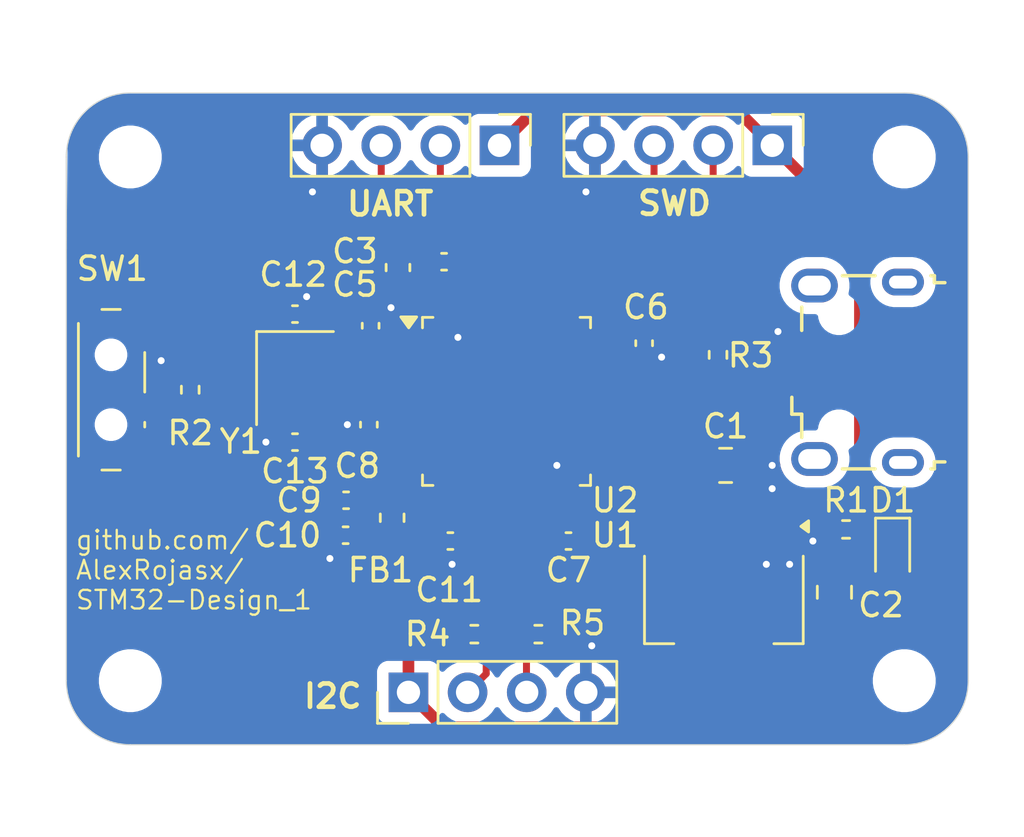
<source format=kicad_pcb>
(kicad_pcb (version 20240108) (generator "pcbnew") (generator_version "8.0")
  (layers (0 "F.Cu" signal) (31 "B.Cu" power) (34 "B.Paste" user) (35 "F.Paste" user) (36 "B.SilkS" user "B.Silkscreen") (37 "F.SilkS" user "F.Silkscreen") (38 "B.Mask" user) (39 "F.Mask" user) (44 "Edge.Cuts" user))
  (net 0 "")
  (net 1 "GND")
  (net 2 "VBUS")
  (net 3 "+3.3V")
  (net 4 "+3.3VA")
  (net 5 "/NRST")
  (net 6 "/HSE_IN")
  (net 7 "/HSE_OUT")
  (net 8 "/PWR_LED_K")
  (net 12 "/USB_D+")
  (net 15 "/USB_D-")
  (net 16 "/SWCLK")
  (net 17 "/SWDIO")
  (net 18 "/USART 1_TX")
  (net 19 "/USART 1_RX")
  (net 20 "/I2C2_SDA")
  (net 21 "/I2C2_SCL")
  (net 22 "/SW_BOOT0")
  (net 23 "/BOOT0")
  (footprint "Package_TO_SOT_SMD:SOT-223-3_TabPin2" (layer "F.Cu") (at 151.925 96.75 -90)
    (property "Reference" "U1" (at -2.75 4.675 180) (layer "F.SilkS"))
    (property "Value" "AMS1117-3.3")
    (fp_line (start -1.85 3.41) (end 1.91 3.41) (stroke (width 0.12)) (layer "F.SilkS"))
    (fp_line (start 1.91 3.41) (end 1.91 2.15) (stroke (width 0.12)) (layer "F.SilkS"))
    (fp_line (start -1.85 -3.41) (end 1.91 -3.41) (stroke (width 0.12)) (layer "F.SilkS"))
    (fp_line (start 1.91 -3.41) (end 1.91 -2.15) (stroke (width 0.12)) (layer "F.SilkS"))
    (fp_poly (pts (xy -3.13 -3.31) (xy -3.37 -3.64) (xy -2.89 -3.64) (xy -3.13 -3.31)) (stroke (width 0.12)) (fill solid) (layer "F.SilkS"))
    (pad "1" smd roundrect (at -3.15 -2.3 270) (size 2 1.5) (layers "F.Cu" "F.Paste" "F.Mask") (net 1 "GND"))
    (pad "2" smd roundrect (at -3.15 0 270) (size 2 1.5) (layers "F.Cu" "F.Paste" "F.Mask") (net 3 "+3.3V"))
    (pad "2" smd roundrect (at 3.15 0 270) (size 2 3.8) (layers "F.Cu" "F.Paste" "F.Mask") (net 3 "+3.3V"))
    (pad "3" smd roundrect (at -3.15 2.3 270) (size 2 1.5) (layers "F.Cu" "F.Paste" "F.Mask") (net 2 "VBUS"))
  )
  (footprint "Capacitor_SMD:C_0805_2012Metric" (layer "F.Cu") (at 156.675 96.45 90)
    (property "Reference" "C2" (at -0.55 2 0) (layer "F.SilkS"))
    (property "Value" "22u")
    (fp_line (start -0.261252 -0.735) (end 0.261252 -0.735) (stroke (width 0.12)) (layer "F.SilkS"))
    (fp_line (start -0.261252 0.735) (end 0.261252 0.735) (stroke (width 0.12)) (layer "F.SilkS"))
    (pad "1" smd roundrect (at -0.95 0 90) (size 1 1.45) (layers "F.Cu" "F.Paste" "F.Mask") (net 3 "+3.3V"))
    (pad "2" smd roundrect (at 0.95 0 90) (size 1 1.45) (layers "F.Cu" "F.Paste" "F.Mask") (net 1 "GND"))
  )
  (footprint "Resistor_SMD:R_0402_1005Metric" (layer "F.Cu") (at 157.175 93.75 180)
    (property "Reference" "R1" (at 0 1.25 0) (layer "F.SilkS"))
    (property "Value" "1k5")
    (fp_line (start -0.153641 0.38) (end 0.153641 0.38) (stroke (width 0.12)) (layer "F.SilkS"))
    (fp_line (start -0.153641 -0.38) (end 0.153641 -0.38) (stroke (width 0.12)) (layer "F.SilkS"))
    (pad "1" smd roundrect (at -0.51 0 180) (size 0.54 0.64) (layers "F.Cu" "F.Paste" "F.Mask") (net 8 "/PWR_LED_K"))
    (pad "2" smd roundrect (at 0.51 0 180) (size 0.54 0.64) (layers "F.Cu" "F.Paste" "F.Mask") (net 1 "GND"))
  )
  (footprint "Resistor_SMD:R_0402_1005Metric" (layer "F.Cu") (at 151.675 86.25 -90)
    (property "Reference" "R3" (at 0.025 -1.4 180) (layer "F.SilkS"))
    (property "Value" "1k5")
    (fp_line (start -0.153641 0.38) (end 0.153641 0.38) (stroke (width 0.12)) (layer "F.SilkS"))
    (fp_line (start -0.153641 -0.38) (end 0.153641 -0.38) (stroke (width 0.12)) (layer "F.SilkS"))
    (pad "1" smd roundrect (at -0.51 0 270) (size 0.54 0.64) (layers "F.Cu" "F.Paste" "F.Mask") (net 3 "+3.3V"))
    (pad "2" smd roundrect (at 0.51 0 270) (size 0.54 0.64) (layers "F.Cu" "F.Paste" "F.Mask") (net 12 "/USB_D+"))
  )
  (footprint "MountingHole:MountingHole_2.2mm_M2" (layer "F.Cu") (at 126.425 77.75)
    (property "Reference" "H2" (hide yes))
    (property "Value" "MountingHole")
    (pad "" np_thru_hole circle (at 0 0) (size 2.2 2.2) (drill 2.2) (layers "*.Cu" "*.Mask"))
  )
  (footprint "MountingHole:MountingHole_2.2mm_M2" (layer "F.Cu") (at 159.675 77.75)
    (property "Reference" "H1" (hide yes))
    (property "Value" "MountingHole")
    (pad "" np_thru_hole circle (at 0 0) (size 2.2 2.2) (drill 2.2) (layers "*.Cu" "*.Mask"))
  )
  (footprint "Button_Switch_SMD:SW_SPDT_PCM12" (layer "F.Cu") (at 125.925 87.75 -90)
    (property "Reference" "SW1" (at -5.2 0.275 180) (layer "F.SilkS"))
    (property "Value" "SW_SPDT")
    (fp_line (start -2.85 1.73) (end 2.85 1.73) (stroke (width 0.12)) (layer "F.SilkS"))
    (fp_line (start 3.45 0.72) (end 3.45 -0.07) (stroke (width 0.12)) (layer "F.SilkS"))
    (fp_line (start -3.45 -0.07) (end -3.45 0.72) (stroke (width 0.12)) (layer "F.SilkS"))
    (fp_line (start -1.6 -1.12) (end 0.1 -1.12) (stroke (width 0.12)) (layer "F.SilkS"))
    (fp_line (start 1.4 -1.12) (end 1.6 -1.12) (stroke (width 0.12)) (layer "F.SilkS"))
    (pad "" smd rect (at -3.65 -0.78 270) (size 1 0.8) (layers "F.Cu" "F.Paste" "F.Mask"))
    (pad "" smd rect (at -3.65 1.43 270) (size 1 0.8) (layers "F.Cu" "F.Paste" "F.Mask"))
    (pad "" np_thru_hole circle (at -1.5 0.33 270) (size 0.9 0.9) (drill 0.9) (layers "*.Cu" "*.Mask"))
    (pad "" np_thru_hole circle (at 1.5 0.33 270) (size 0.9 0.9) (drill 0.9) (layers "*.Cu" "*.Mask"))
    (pad "" smd rect (at 3.65 -0.78 270) (size 1 0.8) (layers "F.Cu" "F.Paste" "F.Mask"))
    (pad "" smd rect (at 3.65 1.43 270) (size 1 0.8) (layers "F.Cu" "F.Paste" "F.Mask"))
    (pad "1" smd rect (at -2.25 -1.43 270) (size 0.7 1.5) (layers "F.Cu" "F.Paste" "F.Mask") (net 1 "GND"))
    (pad "2" smd rect (at 0.75 -1.43 270) (size 0.7 1.5) (layers "F.Cu" "F.Paste" "F.Mask") (net 22 "/SW_BOOT0"))
    (pad "3" smd rect (at 2.25 -1.43 270) (size 0.7 1.5) (layers "F.Cu" "F.Paste" "F.Mask") (net 3 "+3.3V"))
  )
  (footprint "Capacitor_SMD:C_0402_1005Metric" (layer "F.Cu") (at 133.5 84.5)
    (property "Reference" "C12" (at -0.075 -1.7 0) (layer "F.SilkS"))
    (property "Value" "10p")
    (fp_line (start -0.107836 -0.36) (end 0.107836 -0.36) (stroke (width 0.12)) (layer "F.SilkS"))
    (fp_line (start -0.107836 0.36) (end 0.107836 0.36) (stroke (width 0.12)) (layer "F.SilkS"))
    (pad "1" smd roundrect (at -0.48 0) (size 0.56 0.62) (layers "F.Cu" "F.Paste" "F.Mask") (net 6 "/HSE_IN"))
    (pad "2" smd roundrect (at 0.48 0) (size 0.56 0.62) (layers "F.Cu" "F.Paste" "F.Mask") (net 1 "GND"))
  )
  (footprint "Inductor_SMD:L_0603_1608Metric" (layer "F.Cu") (at 137.675 93.25 -90)
    (property "Reference" "FB1" (at 2.25 0.5 180) (layer "F.SilkS"))
    (property "Value" "120R")
    (fp_line (start -0.162779 0.51) (end 0.162779 0.51) (stroke (width 0.12)) (layer "F.SilkS"))
    (fp_line (start -0.162779 -0.51) (end 0.162779 -0.51) (stroke (width 0.12)) (layer "F.SilkS"))
    (pad "1" smd roundrect (at -0.7875 0 270) (size 0.875 0.95) (layers "F.Cu" "F.Paste" "F.Mask") (net 4 "+3.3VA"))
    (pad "2" smd roundrect (at 0.7875 0 270) (size 0.875 0.95) (layers "F.Cu" "F.Paste" "F.Mask") (net 3 "+3.3V"))
  )
  (footprint "Capacitor_SMD:C_0402_1005Metric" (layer "F.Cu") (at 136.675 89.25 90)
    (property "Reference" "C8" (at -1.77 -0.5 0) (layer "F.SilkS"))
    (property "Value" "10n")
    (fp_line (start -0.107836 -0.36) (end 0.107836 -0.36) (stroke (width 0.12)) (layer "F.SilkS"))
    (fp_line (start -0.107836 0.36) (end 0.107836 0.36) (stroke (width 0.12)) (layer "F.SilkS"))
    (pad "1" smd roundrect (at -0.48 0 90) (size 0.56 0.62) (layers "F.Cu" "F.Paste" "F.Mask") (net 4 "+3.3VA"))
    (pad "2" smd roundrect (at 0.48 0 90) (size 0.56 0.62) (layers "F.Cu" "F.Paste" "F.Mask") (net 1 "GND"))
  )
  (footprint "LED_SMD:LED_0603_1608Metric" (layer "F.Cu") (at 159.175 94.75 -90)
    (property "Reference" "D1" (at -2.25 0 180) (layer "F.SilkS"))
    (property "Value" "RED")
    (fp_line (start -1.485 0.735) (end 0.8 0.735) (stroke (width 0.12)) (layer "F.SilkS"))
    (fp_line (start -1.485 -0.735) (end -1.485 0.735) (stroke (width 0.12)) (layer "F.SilkS"))
    (fp_line (start 0.8 -0.735) (end -1.485 -0.735) (stroke (width 0.12)) (layer "F.SilkS"))
    (pad "1" smd roundrect (at -0.7875 0 270) (size 0.875 0.95) (layers "F.Cu" "F.Paste" "F.Mask") (net 8 "/PWR_LED_K"))
    (pad "2" smd roundrect (at 0.7875 0 270) (size 0.875 0.95) (layers "F.Cu" "F.Paste" "F.Mask") (net 3 "+3.3V"))
  )
  (footprint "Capacitor_SMD:C_0402_1005Metric" (layer "F.Cu") (at 140.175 94.25)
    (property "Reference" "C11" (at -0.05 2.1 0) (layer "F.SilkS"))
    (property "Value" "100n")
    (fp_line (start -0.107836 -0.36) (end 0.107836 -0.36) (stroke (width 0.12)) (layer "F.SilkS"))
    (fp_line (start -0.107836 0.36) (end 0.107836 0.36) (stroke (width 0.12)) (layer "F.SilkS"))
    (pad "1" smd roundrect (at -0.48 0) (size 0.56 0.62) (layers "F.Cu" "F.Paste" "F.Mask") (net 5 "/NRST"))
    (pad "2" smd roundrect (at 0.48 0) (size 0.56 0.62) (layers "F.Cu" "F.Paste" "F.Mask") (net 1 "GND"))
  )
  (footprint "Connector_PinHeader_2.54mm:PinHeader_1x04_P2.54mm_Vertical" (layer "F.Cu") (at 142.285 77.25 -90)
    (property "Reference" "J3" (hide yes))
    (property "Value" "Conn_01x04_Pin")
    (fp_line (start -1.33 8.95) (end 1.33 8.95) (stroke (width 0.12)) (layer "F.SilkS"))
    (fp_line (start -1.33 1.27) (end -1.33 8.95) (stroke (width 0.12)) (layer "F.SilkS"))
    (fp_line (start -1.33 1.27) (end 1.33 1.27) (stroke (width 0.12)) (layer "F.SilkS"))
    (fp_line (start 1.33 1.27) (end 1.33 8.95) (stroke (width 0.12)) (layer "F.SilkS"))
    (fp_line (start -1.33 0) (end -1.33 -1.33) (stroke (width 0.12)) (layer "F.SilkS"))
    (fp_line (start -1.33 -1.33) (end 0 -1.33) (stroke (width 0.12)) (layer "F.SilkS"))
    (pad "1" thru_hole rect (at 0 0 270) (size 1.7 1.7) (drill 1) (layers "*.Cu" "*.Mask") (net 3 "+3.3V"))
    (pad "2" thru_hole oval (at 0 2.54 270) (size 1.7 1.7) (drill 1) (layers "*.Cu" "*.Mask") (net 18 "/USART 1_TX"))
    (pad "3" thru_hole oval (at 0 5.08 270) (size 1.7 1.7) (drill 1) (layers "*.Cu" "*.Mask") (net 19 "/USART 1_RX"))
    (pad "4" thru_hole oval (at 0 7.62 270) (size 1.7 1.7) (drill 1) (layers "*.Cu" "*.Mask") (net 1 "GND"))
  )
  (footprint "Resistor_SMD:R_0402_1005Metric" (layer "F.Cu") (at 143.955 98.25 180)
    (property "Reference" "R5" (at -1.895 0.475 180) (layer "F.SilkS"))
    (property "Value" "1k5")
    (fp_line (start -0.153641 0.38) (end 0.153641 0.38) (stroke (width 0.12)) (layer "F.SilkS"))
    (fp_line (start -0.153641 -0.38) (end 0.153641 -0.38) (stroke (width 0.12)) (layer "F.SilkS"))
    (pad "1" smd roundrect (at -0.51 0 180) (size 0.54 0.64) (layers "F.Cu" "F.Paste" "F.Mask") (net 3 "+3.3V"))
    (pad "2" smd roundrect (at 0.51 0 180) (size 0.54 0.64) (layers "F.Cu" "F.Paste" "F.Mask") (net 20 "/I2C2_SDA"))
  )
  (footprint "Capacitor_SMD:C_0805_2012Metric" (layer "F.Cu") (at 152 91)
    (property "Reference" "C1" (at 0 -1.68 0) (layer "F.SilkS"))
    (property "Value" "22u")
    (fp_line (start -0.261252 -0.735) (end 0.261252 -0.735) (stroke (width 0.12)) (layer "F.SilkS"))
    (fp_line (start -0.261252 0.735) (end 0.261252 0.735) (stroke (width 0.12)) (layer "F.SilkS"))
    (pad "1" smd roundrect (at -0.95 0) (size 1 1.45) (layers "F.Cu" "F.Paste" "F.Mask") (net 2 "VBUS"))
    (pad "2" smd roundrect (at 0.95 0) (size 1 1.45) (layers "F.Cu" "F.Paste" "F.Mask") (net 1 "GND"))
  )
  (footprint "Capacitor_SMD:C_0402_1005Metric" (layer "F.Cu") (at 139.905 82.25)
    (property "Reference" "C4" (hide yes))
    (property "Value" "100n")
    (fp_line (start -0.107836 -0.36) (end 0.107836 -0.36) (stroke (width 0.12)) (layer "F.SilkS"))
    (fp_line (start -0.107836 0.36) (end 0.107836 0.36) (stroke (width 0.12)) (layer "F.SilkS"))
    (pad "1" smd roundrect (at -0.48 0) (size 0.56 0.62) (layers "F.Cu" "F.Paste" "F.Mask") (net 3 "+3.3V"))
    (pad "2" smd roundrect (at 0.48 0) (size 0.56 0.62) (layers "F.Cu" "F.Paste" "F.Mask") (net 1 "GND"))
  )
  (footprint "MountingHole:MountingHole_2.2mm_M2" (layer "F.Cu") (at 159.675 100.25)
    (property "Reference" "H4" (hide yes))
    (property "Value" "MountingHole")
    (pad "" np_thru_hole circle (at 0 0) (size 2.2 2.2) (drill 2.2) (layers "*.Cu" "*.Mask"))
  )
  (footprint "Crystal:Crystal_SMD_3225-4Pin_3.2x2.5mm" (layer "F.Cu") (at 133.5 87.25 -90)
    (property "Reference" "Y1" (at 2.725 2.325 180) (layer "F.SilkS"))
    (property "Value" "16MHz")
    (fp_line (start -2 1.65) (end 2 1.65) (stroke (width 0.12)) (layer "F.SilkS"))
    (fp_line (start -2 -1.65) (end -2 1.65) (stroke (width 0.12)) (layer "F.SilkS"))
    (pad "1" smd rect (at -1.1 0.85 270) (size 1.4 1.2) (layers "F.Cu" "F.Paste" "F.Mask") (net 6 "/HSE_IN"))
    (pad "2" smd rect (at 1.1 0.85 270) (size 1.4 1.2) (layers "F.Cu" "F.Paste" "F.Mask") (net 1 "GND"))
    (pad "3" smd rect (at 1.1 -0.85 270) (size 1.4 1.2) (layers "F.Cu" "F.Paste" "F.Mask") (net 7 "/HSE_OUT"))
    (pad "4" smd rect (at -1.1 -0.85 270) (size 1.4 1.2) (layers "F.Cu" "F.Paste" "F.Mask") (net 1 "GND"))
  )
  (footprint "Capacitor_SMD:C_0603_1608Metric" (layer "F.Cu") (at 137.925 82.5 -90)
    (property "Reference" "C3" (at -0.7 1.85 180) (layer "F.SilkS"))
    (property "Value" "10u")
    (fp_line (start -0.14058 0.51) (end 0.14058 0.51) (stroke (width 0.12)) (layer "F.SilkS"))
    (fp_line (start -0.14058 -0.51) (end 0.14058 -0.51) (stroke (width 0.12)) (layer "F.SilkS"))
    (pad "1" smd roundrect (at -0.775 0 270) (size 0.9 0.95) (layers "F.Cu" "F.Paste" "F.Mask") (net 3 "+3.3V"))
    (pad "2" smd roundrect (at 0.775 0 270) (size 0.9 0.95) (layers "F.Cu" "F.Paste" "F.Mask") (net 1 "GND"))
  )
  (footprint "MountingHole:MountingHole_2.2mm_M2" (layer "F.Cu") (at 126.425 100.25)
    (property "Reference" "H3" (hide yes))
    (property "Value" "MountingHole")
    (pad "" np_thru_hole circle (at 0 0) (size 2.2 2.2) (drill 2.2) (layers "*.Cu" "*.Mask"))
  )
  (footprint "Resistor_SMD:R_0402_1005Metric" (layer "F.Cu") (at 129 87.75 90)
    (property "Reference" "R2" (at -1.86 0 0) (layer "F.SilkS"))
    (property "Value" "10k")
    (fp_line (start -0.153641 -0.38) (end 0.153641 -0.38) (stroke (width 0.12)) (layer "F.SilkS"))
    (fp_line (start -0.153641 0.38) (end 0.153641 0.38) (stroke (width 0.12)) (layer "F.SilkS"))
    (pad "1" smd roundrect (at -0.51 0 90) (size 0.54 0.64) (layers "F.Cu" "F.Paste" "F.Mask") (net 22 "/SW_BOOT0"))
    (pad "2" smd roundrect (at 0.51 0 90) (size 0.54 0.64) (layers "F.Cu" "F.Paste" "F.Mask") (net 23 "/BOOT0"))
  )
  (footprint "Capacitor_SMD:C_0402_1005Metric" (layer "F.Cu") (at 136.75 85 90)
    (property "Reference" "C5" (at 1.77 -0.675 0) (layer "F.SilkS"))
    (property "Value" "100n")
    (fp_line (start -0.107836 -0.36) (end 0.107836 -0.36) (stroke (width 0.12)) (layer "F.SilkS"))
    (fp_line (start -0.107836 0.36) (end 0.107836 0.36) (stroke (width 0.12)) (layer "F.SilkS"))
    (pad "1" smd roundrect (at -0.48 0 90) (size 0.56 0.62) (layers "F.Cu" "F.Paste" "F.Mask") (net 3 "+3.3V"))
    (pad "2" smd roundrect (at 0.48 0 90) (size 0.56 0.62) (layers "F.Cu" "F.Paste" "F.Mask") (net 1 "GND"))
  )
  (footprint "Package_QFP:LQFP-48_7x7mm_P0.5mm" (layer "F.Cu") (at 142.5875 88.25)
    (property "Reference" "U2" (at 4.6625 4.25 180) (layer "F.SilkS"))
    (property "Value" "STM32F103C8T6")
    (fp_line (start -3.61 -3.61) (end -3.61 -3.16) (stroke (width 0.12)) (layer "F.SilkS"))
    (fp_line (start -3.61 3.61) (end -3.61 3.16) (stroke (width 0.12)) (layer "F.SilkS"))
    (fp_line (start -3.16 -3.61) (end -3.61 -3.61) (stroke (width 0.12)) (layer "F.SilkS"))
    (fp_line (start -3.16 3.61) (end -3.61 3.61) (stroke (width 0.12)) (layer "F.SilkS"))
    (fp_line (start 3.16 -3.61) (end 3.61 -3.61) (stroke (width 0.12)) (layer "F.SilkS"))
    (fp_line (start 3.16 3.61) (end 3.61 3.61) (stroke (width 0.12)) (layer "F.SilkS"))
    (fp_line (start 3.61 -3.61) (end 3.61 -3.16) (stroke (width 0.12)) (layer "F.SilkS"))
    (fp_line (start 3.61 3.61) (end 3.61 3.16) (stroke (width 0.12)) (layer "F.SilkS"))
    (fp_poly (pts (xy -4.2 -3.16) (xy -4.54 -3.63) (xy -3.86 -3.63) (xy -4.2 -3.16)) (stroke (width 0.12)) (fill solid) (layer "F.SilkS"))
    (pad "1" smd roundrect (at -4.1625 -2.75) (size 1.475 0.3) (layers "F.Cu" "F.Paste" "F.Mask") (net 3 "+3.3V"))
    (pad "2" smd roundrect (at -4.1625 -2.25) (size 1.475 0.3) (layers "F.Cu" "F.Paste" "F.Mask"))
    (pad "3" smd roundrect (at -4.1625 -1.75) (size 1.475 0.3) (layers "F.Cu" "F.Paste" "F.Mask"))
    (pad "4" smd roundrect (at -4.1625 -1.25) (size 1.475 0.3) (layers "F.Cu" "F.Paste" "F.Mask"))
    (pad "5" smd roundrect (at -4.1625 -0.75) (size 1.475 0.3) (layers "F.Cu" "F.Paste" "F.Mask") (net 6 "/HSE_IN"))
    (pad "6" smd roundrect (at -4.1625 -0.25) (size 1.475 0.3) (layers "F.Cu" "F.Paste" "F.Mask") (net 7 "/HSE_OUT"))
    (pad "7" smd roundrect (at -4.1625 0.25) (size 1.475 0.3) (layers "F.Cu" "F.Paste" "F.Mask") (net 5 "/NRST"))
    (pad "8" smd roundrect (at -4.1625 0.75) (size 1.475 0.3) (layers "F.Cu" "F.Paste" "F.Mask") (net 1 "GND"))
    (pad "9" smd roundrect (at -4.1625 1.25) (size 1.475 0.3) (layers "F.Cu" "F.Paste" "F.Mask") (net 4 "+3.3VA"))
    (pad "10" smd roundrect (at -4.1625 1.75) (size 1.475 0.3) (layers "F.Cu" "F.Paste" "F.Mask"))
    (pad "11" smd roundrect (at -4.1625 2.25) (size 1.475 0.3) (layers "F.Cu" "F.Paste" "F.Mask"))
    (pad "12" smd roundrect (at -4.1625 2.75) (size 1.475 0.3) (layers "F.Cu" "F.Paste" "F.Mask"))
    (pad "13" smd roundrect (at -2.75 4.1625) (size 0.3 1.475) (layers "F.Cu" "F.Paste" "F.Mask"))
    (pad "14" smd roundrect (at -2.25 4.1625) (size 0.3 1.475) (layers "F.Cu" "F.Paste" "F.Mask"))
    (pad "15" smd roundrect (at -1.75 4.1625) (size 0.3 1.475) (layers "F.Cu" "F.Paste" "F.Mask"))
    (pad "16" smd roundrect (at -1.25 4.1625) (size 0.3 1.475) (layers "F.Cu" "F.Paste" "F.Mask"))
    (pad "17" smd roundrect (at -0.75 4.1625) (size 0.3 1.475) (layers "F.Cu" "F.Paste" "F.Mask"))
    (pad "18" smd roundrect (at -0.25 4.1625) (size 0.3 1.475) (layers "F.Cu" "F.Paste" "F.Mask"))
    (pad "19" smd roundrect (at 0.25 4.1625) (size 0.3 1.475) (layers "F.Cu" "F.Paste" "F.Mask"))
    (pad "20" smd roundrect (at 0.75 4.1625) (size 0.3 1.475) (layers "F.Cu" "F.Paste" "F.Mask"))
    (pad "21" smd roundrect (at 1.25 4.1625) (size 0.3 1.475) (layers "F.Cu" "F.Paste" "F.Mask") (net 21 "/I2C2_SCL"))
    (pad "22" smd roundrect (at 1.75 4.1625) (size 0.3 1.475) (layers "F.Cu" "F.Paste" "F.Mask") (net 20 "/I2C2_SDA"))
    (pad "23" smd roundrect (at 2.25 4.1625) (size 0.3 1.475) (layers "F.Cu" "F.Paste" "F.Mask") (net 1 "GND"))
    (pad "24" smd roundrect (at 2.75 4.1625) (size 0.3 1.475) (layers "F.Cu" "F.Paste" "F.Mask") (net 3 "+3.3V"))
    (pad "25" smd roundrect (at 4.1625 2.75) (size 1.475 0.3) (layers "F.Cu" "F.Paste" "F.Mask"))
    (pad "26" smd roundrect (at 4.1625 2.25) (size 1.475 0.3) (layers "F.Cu" "F.Paste" "F.Mask"))
    (pad "27" smd roundrect (at 4.1625 1.75) (size 1.475 0.3) (layers "F.Cu" "F.Paste" "F.Mask"))
    (pad "28" smd roundrect (at 4.1625 1.25) (size 1.475 0.3) (layers "F.Cu" "F.Paste" "F.Mask"))
    (pad "29" smd roundrect (at 4.1625 0.75) (size 1.475 0.3) (layers "F.Cu" "F.Paste" "F.Mask"))
    (pad "30" smd roundrect (at 4.1625 0.25) (size 1.475 0.3) (layers "F.Cu" "F.Paste" "F.Mask"))
    (pad "31" smd roundrect (at 4.1625 -0.25) (size 1.475 0.3) (layers "F.Cu" "F.Paste" "F.Mask"))
    (pad "32" smd roundrect (at 4.1625 -0.75) (size 1.475 0.3) (layers "F.Cu" "F.Paste" "F.Mask") (net 15 "/USB_D-"))
    (pad "33" smd roundrect (at 4.1625 -1.25) (size 1.475 0.3) (layers "F.Cu" "F.Paste" "F.Mask") (net 12 "/USB_D+"))
    (pad "34" smd roundrect (at 4.1625 -1.75) (size 1.475 0.3) (layers "F.Cu" "F.Paste" "F.Mask") (net 17 "/SWDIO"))
    (pad "35" smd roundrect (at 4.1625 -2.25) (size 1.475 0.3) (layers "F.Cu" "F.Paste" "F.Mask") (net 1 "GND"))
    (pad "36" smd roundrect (at 4.1625 -2.75) (size 1.475 0.3) (layers "F.Cu" "F.Paste" "F.Mask") (net 3 "+3.3V"))
    (pad "37" smd roundrect (at 2.75 -4.1625) (size 0.3 1.475) (layers "F.Cu" "F.Paste" "F.Mask") (net 16 "/SWCLK"))
    (pad "38" smd roundrect (at 2.25 -4.1625) (size 0.3 1.475) (layers "F.Cu" "F.Paste" "F.Mask"))
    (pad "39" smd roundrect (at 1.75 -4.1625) (size 0.3 1.475) (layers "F.Cu" "F.Paste" "F.Mask"))
    (pad "40" smd roundrect (at 1.25 -4.1625) (size 0.3 1.475) (layers "F.Cu" "F.Paste" "F.Mask"))
    (pad "41" smd roundrect (at 0.75 -4.1625) (size 0.3 1.475) (layers "F.Cu" "F.Paste" "F.Mask"))
    (pad "42" smd roundrect (at 0.25 -4.1625) (size 0.3 1.475) (layers "F.Cu" "F.Paste" "F.Mask") (net 18 "/USART 1_TX"))
    (pad "43" smd roundrect (at -0.25 -4.1625) (size 0.3 1.475) (layers "F.Cu" "F.Paste" "F.Mask") (net 19 "/USART 1_RX"))
    (pad "44" smd roundrect (at -0.75 -4.1625) (size 0.3 1.475) (layers "F.Cu" "F.Paste" "F.Mask") (net 23 "/BOOT0"))
    (pad "45" smd roundrect (at -1.25 -4.1625) (size 0.3 1.475) (layers "F.Cu" "F.Paste" "F.Mask"))
    (pad "46" smd roundrect (at -1.75 -4.1625) (size 0.3 1.475) (layers "F.Cu" "F.Paste" "F.Mask"))
    (pad "47" smd roundrect (at -2.25 -4.1625) (size 0.3 1.475) (layers "F.Cu" "F.Paste" "F.Mask") (net 1 "GND"))
    (pad "48" smd roundrect (at -2.75 -4.1625) (size 0.3 1.475) (layers "F.Cu" "F.Paste" "F.Mask") (net 3 "+3.3V"))
  )
  (footprint "Capacitor_SMD:C_0402_1005Metric" (layer "F.Cu") (at 135.675 94 180)
    (property "Reference" "C10" (at 2.5 0 180) (layer "F.SilkS"))
    (property "Value" "1u")
    (fp_line (start -0.107836 0.36) (end 0.107836 0.36) (stroke (width 0.12)) (layer "F.SilkS"))
    (fp_line (start -0.107836 -0.36) (end 0.107836 -0.36) (stroke (width 0.12)) (layer "F.SilkS"))
    (pad "1" smd roundrect (at -0.48 0 180) (size 0.56 0.62) (layers "F.Cu" "F.Paste" "F.Mask") (net 3 "+3.3V"))
    (pad "2" smd roundrect (at 0.48 0 180) (size 0.56 0.62) (layers "F.Cu" "F.Paste" "F.Mask") (net 1 "GND"))
  )
  (footprint "Connector_USB:USB_Micro-B_Wuerth_629105150521" (layer "F.Cu") (at 157.67 87 90)
    (property "Reference" "J1" (hide yes))
    (property "Value" "USB_B_Micro")
    (fp_line (start -1.075 -2.825) (end -1.8 -2.825) (stroke (width 0.15)) (layer "F.SilkS"))
    (fp_line (start -1.8 -2.825) (end -1.8 -2.4) (stroke (width 0.15)) (layer "F.SilkS"))
    (fp_line (start 1.8 -2.4) (end 2.8 -2.4) (stroke (width 0.15)) (layer "F.SilkS"))
    (fp_line (start -1.8 -2.4) (end -2.8 -2.4) (stroke (width 0.15)) (layer "F.SilkS"))
    (fp_line (start -4.15 -0.65) (end -4.15 0.75) (stroke (width 0.15)) (layer "F.SilkS"))
    (fp_line (start 4.15 0.75) (end 4.15 -0.65) (stroke (width 0.15)) (layer "F.SilkS"))
    (fp_line (start -4.15 3.15) (end -4.15 3.3) (stroke (width 0.15)) (layer "F.SilkS"))
    (fp_line (start 4.15 3.3) (end 4.15 3.15) (stroke (width 0.15)) (layer "F.SilkS"))
    (fp_line (start 3.85 3.3) (end 4.15 3.3) (stroke (width 0.15)) (layer "F.SilkS"))
    (fp_line (start -3.85 3.3) (end -3.85 3.75) (stroke (width 0.15)) (layer "F.SilkS"))
    (fp_line (start -4.15 3.3) (end -3.85 3.3) (stroke (width 0.15)) (layer "F.SilkS"))
    (fp_line (start 3.85 3.75) (end 3.85 3.3) (stroke (width 0.15)) (layer "F.SilkS"))
    (pad "" np_thru_hole oval (at -2.5 -0.8 90) (size 0.8 0.8) (drill 0.8) (layers "*.Cu" "*.Mask"))
    (pad "" np_thru_hole oval (at 2.5 -0.8 90) (size 0.8 0.8) (drill 0.8) (layers "*.Cu" "*.Mask"))
    (pad "1" smd rect (at -1.3 -1.9 90) (size 0.45 1.3) (layers "F.Cu" "F.Paste" "F.Mask") (net 2 "VBUS"))
    (pad "2" smd rect (at -0.65 -1.9 90) (size 0.45 1.3) (layers "F.Cu" "F.Paste" "F.Mask") (net 15 "/USB_D-"))
    (pad "3" smd rect (at 0 -1.9 90) (size 0.45 1.3) (layers "F.Cu" "F.Paste" "F.Mask") (net 12 "/USB_D+"))
    (pad "4" smd rect (at 0.65 -1.9 90) (size 0.45 1.3) (layers "F.Cu" "F.Paste" "F.Mask"))
    (pad "5" smd rect (at 1.3 -1.9 90) (size 0.45 1.3) (layers "F.Cu" "F.Paste" "F.Mask") (net 1 "GND"))
    (pad "6" thru_hole oval (at -3.875 1.95 90) (size 1.15 1.8) (drill oval 0.55 1.2) (layers "*.Cu" "*.Mask"))
    (pad "6" thru_hole oval (at -3.725 -1.85 90) (size 1.45 2) (drill oval 0.85 1.4) (layers "*.Cu" "*.Mask"))
    (pad "6" thru_hole oval (at 3.725 -1.85 90) (size 1.45 2) (drill oval 0.85 1.4) (layers "*.Cu" "*.Mask"))
    (pad "6" thru_hole oval (at 3.875 1.95 90) (size 1.15 1.8) (drill oval 0.55 1.2) (layers "*.Cu" "*.Mask"))
  )
  (footprint "Capacitor_SMD:C_0402_1005Metric" (layer "F.Cu") (at 133.5 90 180)
    (property "Reference" "C13" (at 0 -1.25 180) (layer "F.SilkS"))
    (property "Value" "10p")
    (fp_line (start -0.107836 0.36) (end 0.107836 0.36) (stroke (width 0.12)) (layer "F.SilkS"))
    (fp_line (start -0.107836 -0.36) (end 0.107836 -0.36) (stroke (width 0.12)) (layer "F.SilkS"))
    (pad "1" smd roundrect (at -0.48 0 180) (size 0.56 0.62) (layers "F.Cu" "F.Paste" "F.Mask") (net 7 "/HSE_OUT"))
    (pad "2" smd roundrect (at 0.48 0 180) (size 0.56 0.62) (layers "F.Cu" "F.Paste" "F.Mask") (net 1 "GND"))
  )
  (footprint "Capacitor_SMD:C_0402_1005Metric" (layer "F.Cu") (at 135.695 92.5 180)
    (property "Reference" "C9" (at 2.02 0 180) (layer "F.SilkS"))
    (property "Value" "1u")
    (fp_line (start -0.107836 0.36) (end 0.107836 0.36) (stroke (width 0.12)) (layer "F.SilkS"))
    (fp_line (start -0.107836 -0.36) (end 0.107836 -0.36) (stroke (width 0.12)) (layer "F.SilkS"))
    (pad "1" smd roundrect (at -0.48 0 180) (size 0.56 0.62) (layers "F.Cu" "F.Paste" "F.Mask") (net 4 "+3.3VA"))
    (pad "2" smd roundrect (at 0.48 0 180) (size 0.56 0.62) (layers "F.Cu" "F.Paste" "F.Mask") (net 1 "GND"))
  )
  (footprint "Connector_PinHeader_2.54mm:PinHeader_1x04_P2.54mm_Vertical" (layer "F.Cu") (at 138.375 100.75 90)
    (property "Reference" "J4" (hide yes))
    (property "Value" "Conn_01x04_Pin")
    (fp_line (start -1.33 -1.33) (end 0 -1.33) (stroke (width 0.12)) (layer "F.SilkS"))
    (fp_line (start -1.33 0) (end -1.33 -1.33) (stroke (width 0.12)) (layer "F.SilkS"))
    (fp_line (start 1.33 1.27) (end 1.33 8.95) (stroke (width 0.12)) (layer "F.SilkS"))
    (fp_line (start -1.33 1.27) (end 1.33 1.27) (stroke (width 0.12)) (layer "F.SilkS"))
    (fp_line (start -1.33 1.27) (end -1.33 8.95) (stroke (width 0.12)) (layer "F.SilkS"))
    (fp_line (start -1.33 8.95) (end 1.33 8.95) (stroke (width 0.12)) (layer "F.SilkS"))
    (pad "1" thru_hole rect (at 0 0 90) (size 1.7 1.7) (drill 1) (layers "*.Cu" "*.Mask") (net 3 "+3.3V"))
    (pad "2" thru_hole oval (at 0 2.54 90) (size 1.7 1.7) (drill 1) (layers "*.Cu" "*.Mask") (net 21 "/I2C2_SCL"))
    (pad "3" thru_hole oval (at 0 5.08 90) (size 1.7 1.7) (drill 1) (layers "*.Cu" "*.Mask") (net 20 "/I2C2_SDA"))
    (pad "4" thru_hole oval (at 0 7.62 90) (size 1.7 1.7) (drill 1) (layers "*.Cu" "*.Mask") (net 1 "GND"))
  )
  (footprint "Capacitor_SMD:C_0402_1005Metric" (layer "F.Cu") (at 145.25 94.25 180)
    (property "Reference" "C7" (at 0 -1.25 180) (layer "F.SilkS"))
    (property "Value" "100n")
    (fp_line (start -0.107836 0.36) (end 0.107836 0.36) (stroke (width 0.12)) (layer "F.SilkS"))
    (fp_line (start -0.107836 -0.36) (end 0.107836 -0.36) (stroke (width 0.12)) (layer "F.SilkS"))
    (pad "1" smd roundrect (at -0.48 0 180) (size 0.56 0.62) (layers "F.Cu" "F.Paste" "F.Mask") (net 3 "+3.3V"))
    (pad "2" smd roundrect (at 0.48 0 180) (size 0.56 0.62) (layers "F.Cu" "F.Paste" "F.Mask") (net 1 "GND"))
  )
  (footprint "Resistor_SMD:R_0402_1005Metric" (layer "F.Cu") (at 141.205 98.25)
    (property "Reference" "R4" (at -2.01 0 0) (layer "F.SilkS"))
    (property "Value" "1k5")
    (fp_line (start -0.153641 -0.38) (end 0.153641 -0.38) (stroke (width 0.12)) (layer "F.SilkS"))
    (fp_line (start -0.153641 0.38) (end 0.153641 0.38) (stroke (width 0.12)) (layer "F.SilkS"))
    (pad "1" smd roundrect (at -0.51 0) (size 0.54 0.64) (layers "F.Cu" "F.Paste" "F.Mask") (net 3 "+3.3V"))
    (pad "2" smd roundrect (at 0.51 0) (size 0.54 0.64) (layers "F.Cu" "F.Paste" "F.Mask") (net 21 "/I2C2_SCL"))
  )
  (footprint "Connector_PinHeader_2.54mm:PinHeader_1x04_P2.54mm_Vertical" (layer "F.Cu") (at 154.005 77.25 -90)
    (property "Reference" "J2" (hide yes))
    (property "Value" "Conn_01x04_Pin")
    (fp_line (start -1.33 8.95) (end 1.33 8.95) (stroke (width 0.12)) (layer "F.SilkS"))
    (fp_line (start -1.33 1.27) (end -1.33 8.95) (stroke (width 0.12)) (layer "F.SilkS"))
    (fp_line (start -1.33 1.27) (end 1.33 1.27) (stroke (width 0.12)) (layer "F.SilkS"))
    (fp_line (start 1.33 1.27) (end 1.33 8.95) (stroke (width 0.12)) (layer "F.SilkS"))
    (fp_line (start -1.33 0) (end -1.33 -1.33) (stroke (width 0.12)) (layer "F.SilkS"))
    (fp_line (start -1.33 -1.33) (end 0 -1.33) (stroke (width 0.12)) (layer "F.SilkS"))
    (pad "1" thru_hole rect (at 0 0 270) (size 1.7 1.7) (drill 1) (layers "*.Cu" "*.Mask") (net 3 "+3.3V"))
    (pad "2" thru_hole oval (at 0 2.54 270) (size 1.7 1.7) (drill 1) (layers "*.Cu" "*.Mask") (net 17 "/SWDIO"))
    (pad "3" thru_hole oval (at 0 5.08 270) (size 1.7 1.7) (drill 1) (layers "*.Cu" "*.Mask") (net 16 "/SWCLK"))
    (pad "4" thru_hole oval (at 0 7.62 270) (size 1.7 1.7) (drill 1) (layers "*.Cu" "*.Mask") (net 1 "GND"))
  )
  (footprint "Capacitor_SMD:C_0402_1005Metric" (layer "F.Cu") (at 148.5 85.75 -90)
    (property "Reference" "C6" (at -1.55 -0.075 180) (layer "F.SilkS"))
    (property "Value" "100n")
    (fp_line (start -0.107836 0.36) (end 0.107836 0.36) (stroke (width 0.12)) (layer "F.SilkS"))
    (fp_line (start -0.107836 -0.36) (end 0.107836 -0.36) (stroke (width 0.12)) (layer "F.SilkS"))
    (pad "1" smd roundrect (at -0.48 0 270) (size 0.56 0.62) (layers "F.Cu" "F.Paste" "F.Mask") (net 3 "+3.3V"))
    (pad "2" smd roundrect (at 0.48 0 270) (size 0.56 0.62) (layers "F.Cu" "F.Paste" "F.Mask") (net 1 "GND"))
  )
  (gr_arc (start 162.425 100.25) (mid 161.619544 102.194544) (end 159.675 103) (stroke (width 0.05)) (layer "Edge.Cuts"))
  (gr_arc (start 126.425 103) (mid 124.480456 102.194544) (end 123.675 100.25) (stroke (width 0.05)) (layer "Edge.Cuts"))
  (gr_arc (start 123.675 77.75) (mid 124.480456 75.805456) (end 126.425 75) (stroke (width 0.05)) (layer "Edge.Cuts"))
  (gr_line (start 159.675 103) (end 126.425 103) (stroke (width 0.05)) (layer "Edge.Cuts"))
  (gr_line (start 162.425 77.75) (end 162.425 100.25) (stroke (width 0.05)) (layer "Edge.Cuts"))
  (gr_line (start 126.425 75) (end 159.675 75) (stroke (width 0.05)) (layer "Edge.Cuts"))
  (gr_line (start 123.675 100.25) (end 123.675 77.75) (stroke (width 0.05)) (layer "Edge.Cuts"))
  (gr_arc (start 159.675 75) (mid 161.619544 75.805456) (end 162.425 77.75) (stroke (width 0.05)) (layer "Edge.Cuts"))
  (gr_text "I2C" (at 133.775 101.5 0) (layer "F.SilkS") (effects (font (size 1 1) (thickness 0.2) (bold yes)) (justify left bottom)))
  (gr_text "UART" (at 135.625 80.35 0) (layer "F.SilkS") (effects (font (size 1 1) (thickness 0.2) (bold yes)) (justify left bottom)))
  (gr_text "github.com/\nAlexRojasx/\nSTM32-Design_1" (at 124.025 97.25 0) (layer "F.SilkS") (effects (font (size 0.8 0.8) (thickness 0.1)) (justify left bottom)))
  (gr_text "SWD" (at 148.125 80.325 0) (layer "F.SilkS") (effects (font (size 1 1) (thickness 0.2) (bold yes)) (justify left bottom)))
  (segment (start 140.3375 84.0875) (end 140.3375 85.3375) (width 0.3) (layer "F.Cu") (net 1))
  (segment (start 140.655 94.25) (end 140.655 94.845) (width 0.5) (layer "F.Cu") (net 1))
  (segment (start 148.02 86.23) (end 148.5 86.23) (width 0.3) (layer "F.Cu") (net 1))
  (segment (start 154.25 85.25) (end 154.7 85.7) (width 0.3) (layer "F.Cu") (net 1))
  (segment (start 146.385 78.865) (end 146.385 77.25) (width 0.5) (layer "F.Cu") (net 1))
  (segment (start 144.8375 91.0875) (end 144.75 91) (width 0.3) (layer "F.Cu") (net 1))
  (segment (start 133.02 90) (end 133.02 88.72) (width 0.5) (layer "F.Cu") (net 1))
  (segment (start 134.665 78.835) (end 134.25 79.25) (width 0.5) (layer "F.Cu") (net 1))
  (segment (start 147.75 86) (end 148 86.25) (width 0.3) (layer "F.Cu") (net 1))
  (segment (start 148.5 86.23) (end 149.08 86.23) (width 0.5) (layer "F.Cu") (net 1))
  (segment (start 137.925 83.925) (end 137.925 83.275) (width 0.5) (layer "F.Cu") (net 1))
  (segment (start 140.3375 85.3375) (end 140.5 85.5) (width 0.3) (layer "F.Cu") (net 1))
  (segment (start 135.215 92.5) (end 135.215 94.785) (width 0.5) (layer "F.Cu") (net 1))
  (segment (start 154.7 85.7) (end 155.77 85.7) (width 0.3) (layer "F.Cu") (net 1))
  (segment (start 144.8375 94.1825) (end 144.77 94.25) (width 0.3) (layer "F.Cu") (net 1))
  (segment (start 137.25 88.75) (end 136.675 88.75) (width 0.3) (layer "F.Cu") (net 1))
  (segment (start 148 86.25) (end 148.02 86.23) (width 0.3) (layer "F.Cu") (net 1))
  (segment (start 133.02 88.72) (end 132.65 88.35) (width 0.5) (layer "F.Cu") (net 1))
  (segment (start 133.98 83.77) (end 133.98 84.5) (width 0.5) (layer "F.Cu") (net 1))
  (segment (start 146.75 86) (end 147.75 86) (width 0.3) (layer "F.Cu") (net 1))
  (segment (start 137.5 89) (end 137.25 88.75) (width 0.3) (layer "F.Cu") (net 1))
  (segment (start 140.3375 82.2975) (end 140.385 82.25) (width 0.3) (layer "F.Cu") (net 1))
  (segment (start 140.5 95) (end 140.25 95.25) (width 0.5) (layer "F.Cu") (net 1))
  (segment (start 144.8375 92.4125) (end 144.8375 94.1825) (width 0.3) (layer "F.Cu") (net 1))
  (segment (start 145.995 100.75) (end 145.995 99.005) (width 0.5) (layer "F.Cu") (net 1))
  (segment (start 136.23 88.77) (end 136 89) (width 0.5) (layer "F.Cu") (net 1))
  (segment (start 133.02 90) (end 132.25 90) (width 0.5) (layer "F.Cu") (net 1))
  (segment (start 127.355 85.5) (end 127.355 85.855) (width 0.5) (layer "F.Cu") (net 1))
  (segment (start 136.675 88.77) (end 136.23 88.77) (width 0.5) (layer "F.Cu") (net 1))
  (segment (start 140.3375 84.0875) (end 140.3375 82.2975) (width 0.3) (layer "F.Cu") (net 1))
  (segment (start 145.995 99.005) (end 146.25 98.75) (width 0.5) (layer "F.Cu") (net 1))
  (segment (start 134 83.75) (end 133.98 83.77) (width 0.5) (layer "F.Cu") (net 1))
  (segment (start 137.33 84.52) (end 136.75 84.52) (width 0.5) (layer "F.Cu") (net 1))
  (segment (start 140.655 94.845) (end 140.5 95) (width 0.5) (layer "F.Cu") (net 1))
  (segment (start 136 89) (end 135.75 89.25) (width 0.5) (layer "F.Cu") (net 1))
  (segment (start 149.25 86.4) (end 149.25 86.35) (width 0.5) (layer "F.Cu") (net 1))
  (segment (start 134.665 77.25) (end 134.665 78.835) (width 0.5) (layer "F.Cu") (net 1))
  (segment (start 137.625 84.225) (end 137.925 83.925) (width 0.5) (layer "F.Cu") (net 1))
  (segment (start 137.625 84.225) (end 137.33 84.52) (width 0.5) (layer "F.Cu") (net 1))
  (segment (start 144.8375 92.4125) (end 144.8375 91.0875) (width 0.3) (layer "F.Cu") (net 1))
  (segment (start 127.355 85.855) (end 127.75 86.25) (width 0.5) (layer "F.Cu") (net 1))
  (segment (start 135.215 94.785) (end 135 95) (width 0.5) (layer "F.Cu") (net 1))
  (segment (start 127.75 86.25) (end 127.75 86.5) (width 0.5) (layer "F.Cu") (net 1))
  (segment (start 134.35 86.15) (end 134.35 84.87) (width 0.5) (layer "F.Cu") (net 1))
  (segment (start 149.08 86.23) (end 149.25 86.4) (width 0.5) (layer "F.Cu") (net 1))
  (segment (start 138.425 89) (end 137.5 89) (width 0.3) (layer "F.Cu") (net 1))
  (segment (start 146 79.25) (end 146.385 78.865) (width 0.5) (layer "F.Cu") (net 1))
  (segment (start 134.35 84.87) (end 133.98 84.5) (width 0.5) (layer "F.Cu") (net 1))
  (via (at 134.25 79.25) (size 0.7) (drill 0.3) (layers "F.Cu" "B.Cu") (net 1))
  (via (at 154.75 95.25) (size 0.7) (drill 0.3) (layers "F.Cu" "B.Cu") (net 1))
  (via (at 144.75 91) (size 0.7) (drill 0.3) (layers "F.Cu" "B.Cu") (net 1))
  (via (at 135 95) (size 0.7) (drill 0.3) (layers "F.Cu" "B.Cu") (net 1))
  (via (at 154 91) (size 0.7) (drill 0.3) (layers "F.Cu" "B.Cu") (net 1))
  (via (at 154 92) (size 0.7) (drill 0.3) (layers "F.Cu" "B.Cu") (net 1))
  (via (at 134 83.75) (size 0.7) (drill 0.3) (layers "F.Cu" "B.Cu") (net 1))
  (via (at 149.25 86.35) (size 0.7) (drill 0.3) (layers "F.Cu" "B.Cu") (net 1))
  (via (at 135.75 89.25) (size 0.7) (drill 0.3) (layers "F.Cu" "B.Cu") (net 1))
  (via (at 146.25 98.75) (size 0.7) (drill 0.3) (layers "F.Cu" "B.Cu") (net 1))
  (via (at 153.75 95.25) (size 0.7) (drill 0.3) (layers "F.Cu" "B.Cu") (net 1))
  (via (at 127.75 86.5) (size 0.7) (drill 0.3) (layers "F.Cu" "B.Cu") (net 1))
  (via (at 154.25 85.25) (size 0.7) (drill 0.3) (layers "F.Cu" "B.Cu") (net 1))
  (via (at 155.75 94.25) (size 0.7) (drill 0.3) (layers "F.Cu" "B.Cu") (net 1))
  (via (at 140.5 85.5) (size 0.7) (drill 0.3) (layers "F.Cu" "B.Cu") (net 1))
  (via (at 140.25 95.25) (size 0.7) (drill 0.3) (layers "F.Cu" "B.Cu") (net 1))
  (via (at 137.625 84.225) (size 0.7) (drill 0.3) (layers "F.Cu" "B.Cu") (net 1))
  (via (at 146 79.25) (size 0.7) (drill 0.3) (layers "F.Cu" "B.Cu") (net 1))
  (via (at 132.25 90) (size 0.7) (drill 0.3) (layers "F.Cu" "B.Cu") (net 1))
  (segment (start 143.75 75.75) (end 143.75 75.785) (width 0.5) (layer "F.Cu") (net 3))
  (segment (start 157.77 81.015) (end 157.77 91.98) (width 0.5) (layer "F.Cu") (net 3))
  (segment (start 154.005 77.25) (end 152.505 75.75) (width 0.5) (layer "F.Cu") (net 3))
  (segment (start 138.375 100.75) (end 138.375 98.75) (width 0.5) (layer "F.Cu") (net 3))
  (segment (start 148.02 85.27) (end 148.5 85.27) (width 0.3) (layer "F.Cu") (net 3))
  (segment (start 138.375 98.625) (end 138 98.25) (width 0.5) (layer "F.Cu") (net 3))
  (segment (start 139.425 82.675) (end 139.425 82.25) (width 0.3) (layer "F.Cu") (net 3))
  (segment (start 136 81.725) (end 135 81.725) (width 0.5) (layer "F.Cu") (net 3))
  (segment (start 143.75 75.785) (end 142.285 77.25) (width 0.5) (layer "F.Cu") (net 3))
  (segment (start 136.440001 85.48) (end 135.5 84.539999) (width 0.5) (layer "F.Cu") (net 3))
  (segment (start 130 90) (end 130.25 89.75) (width 0.5) (layer "F.Cu") (net 3))
  (segment (start 139.8375 83.0875) (end 139.425 82.675) (width 0.3) (layer "F.Cu") (net 3))
  (segment (start 138.375 97.75) (end 138.375 94.7375) (width 0.5) (layer "F.Cu") (net 3))
  (segment (start 158.5 92.75) (end 159.75 92.75) (width 0.5) (layer "F.Cu") (net 3))
  (segment (start 138.375 98.75) (end 138.375 98.625) (width 0.5) (layer "F.Cu") (net 3))
  (segment (start 135 81.725) (end 132.275 81.725) (width 0.5) (layer "F.Cu") (net 3))
  (segment (start 156.25 101.75) (end 149 101.75) (width 0.5) (layer "F.Cu") (net 3))
  (segment (start 138.375 100.75) (end 139.875 102.25) (width 0.5) (layer "F.Cu") (net 3))
  (segment (start 145.3375 92.4125) (end 145.3375 93.3375) (width 0.3) (layer "F.Cu") (net 3))
  (segment (start 151.675 85.74) (end 151.675 85.25) (width 0.5) (layer "F.Cu") (net 3))
  (segment (start 136.155 94) (end 137.6375 94) (width 0.5) (layer "F.Cu") (net 3))
  (segment (start 127.355 90) (end 129.75 90) (width 0.5) (layer "F.Cu") (net 3))
  (segment (start 138.375 98.75) (end 138.375 98.25) (width 0.5) (layer "F.Cu") (net 3))
  (segment (start 140.695 98.25) (end 138.75 98.25) (width 0.5) (layer "F.Cu") (net 3))
  (segment (start 138.75 98.25) (end 138.375 98.625) (width 0.5) (layer "F.Cu") (net 3))
  (segment (start 152.505 75.75) (end 143.75 75.75) (width 0.5) (layer "F.Cu") (net 3))
  (segment (start 146.75 85.5) (end 147.75 85.5) (width 0.3) (layer "F.Cu") (net 3))
  (segment (start 148.5 85.27) (end 151.655 85.27) (width 0.5) (layer "F.Cu") (net 3))
  (segment (start 149 101.75) (end 148 100.75) (width 0.5) (layer "F.Cu") (net 3))
  (segment (start 138.375 98.25) (end 138.375 97.75) (width 0.5) (layer "F.Cu") (net 3))
  (segment (start 135.5 82.25) (end 135.5 82.225) (width 0.5) (layer "F.Cu") (net 3))
  (segment (start 138.375 97.75) (end 138.375 97.875) (width 0.5) (layer "F.Cu") (net 3))
  (segment (start 156.675 97.4) (end 157.3125 97.4) (width 0.5) (layer "F.Cu") (net 3))
  (segment (start 156.675 101.325) (end 156.25 101.75) (width 0.5) (layer "F.Cu") (net 3))
  (segment (start 148.5 102.25) (end 149 101.75) (width 0.5) (layer "F.Cu") (net 3))
  (segment (start 138.425 85.5) (end 136.675 85.5) (width 0.3) (layer "F.Cu") (net 3))
  (segment (start 151.675 83.575) (end 156.0025 79.2475) (width 0.5) (layer "F.Cu") (net 3))
  (segment (start 157.77 91.98) (end 157.75 92) (width 0.5) (layer "F.Cu") (net 3))
  (segment (start 129.75 90) (end 130.25 89.5) (width 0.5) (layer "F.Cu") (net 3))
  (segment (start 131 98.25) (end 138 98.25) (width 0.5) (layer "F.Cu") (net 3))
  (segment (start 147.75 85.5) (end 148 85.25) (width 0.3) (layer "F.Cu") (net 3))
  (segment (start 151.655 85.27) (end 151.675 85.25) (width 0.5) (layer "F.Cu") (net 3))
  (segment (start 138 98.25) (end 138.375 98.25) (width 0.5) (layer "F.Cu") (net 3))
  (segment (start 135.5 82.225) (end 135 81.725) (width 0.5) (layer "F.Cu") (net 3))
  (segment (start 139.425 82.25) (end 138.45 82.25) (width 0.5) (layer "F.Cu") (net 3))
  (segment (start 130.25 90.5) (end 130.25 97.5) (width 0.5) (layer "F.Cu") (net 3))
  (segment (start 148 85.25) (end 148.02 85.27) (width 0.3) (layer "F.Cu") (net 3))
  (segment (start 130.25 83.75) (end 130.25 89.5) (width 0.5) (layer "F.Cu") (net 3))
  (segment (start 145.73 96.98) (end 145.73 96.985) (width 0.5) (layer "F.Cu") (net 3))
  (segment (start 130.25 89.75) (end 130.25 90.5) (width 0.5) (layer "F.Cu") (net 3))
  (segment (start 132.275 81.725) (end 130.25 83.75) (width 0.5) (layer "F.Cu") (net 3))
  (segment (start 157.3125 97.4) (end 159.175 95.5375) (width 0.5) (layer "F.Cu") (net 3))
  (segment (start 145.73 96.985) (end 144.465 98.25) (width 0.5) (layer "F.Cu") (net 3))
  (segment (start 136.75 85.48) (end 136.440001 85.48) (width 0.5) (layer "F.Cu") (net 3))
  (segment (start 157.75 92) (end 158.5 92.75) (width 0.5) (layer "F.Cu") (net 3))
  (segment (start 139.875 102.25) (end 148.5 102.25) (width 0.5) (layer "F.Cu") (net 3))
  (segment (start 159.7125 95.5375) (end 159.175 95.5375) (width 0.5) (layer "F.Cu") (net 3))
  (segment (start 138.375 94.7375) (end 137.675 94.0375) (width 0.5) (layer "F.Cu") (net 3))
  (segment (start 156.675 97.4) (end 156.675 101.325) (width 0.5) (layer "F.Cu") (net 3))
  (segment (start 137.925 81.725) (end 136 81.725) (width 0.5) (layer "F.Cu") (net 3))
  (segment (start 148 100.75) (end 148 97.5) (width 0.5) (layer "F.Cu") (net 3))
  (segment (start 135.5 84.539999) (end 135.5 82.25) (width 0.5) (layer "F.Cu") (net 3))
  (segment (start 130.25 97.5) (end 131 98.25) (width 0.5) (layer "F.Cu") (net 3))
  (segment (start 148 97.5) (end 147.48 96.98) (width 0.5) (layer "F.Cu") (net 3))
  (segment (start 138.45 82.25) (end 137.925 81.725) (width 0.5) (layer "F.Cu") (net 3))
  (segment (start 135.5 82.225) (end 136 81.725) (width 0.5) (layer "F.Cu") (net 3))
  (segment (start 156.0025 79.2475) (end 154.005 77.25) (width 0.5) (layer "F.Cu") (net 3))
  (segment (start 135.5 82.25) (end 135.5 81.75) (width 0.5) (layer "F.Cu") (net 3))
  (segment (start 138.375 97.875) (end 138 98.25) (width 0.5) (layer "F.Cu") (net 3))
  (segment (start 138.75 98.25) (end 138.375 98.25) (width 0.5) (layer "F.Cu") (net 3))
  (segment (start 159.75 92.75) (end 160.5 93.5) (width 0.5) (layer "F.Cu") (net 3))
  (segment (start 160.5 94.75) (end 159.7125 95.5375) (width 0.5) (layer "F.Cu") (net 3))
  (segment (start 145.73 93.73) (end 145.73 94.25) (width 0.3) (layer "F.Cu") (net 3))
  (segment (start 151.675 85.25) (end 151.675 83.575) (width 0.5) (layer "F.Cu") (net 3))
  (segment (start 129.75 90) (end 130 90) (width 0.5) (layer "F.Cu") (net 3))
  (segment (start 139.8375 84.0875) (end 139.8375 83.0875) (width 0.3) (layer "F.Cu") (net 3))
  (segment (start 147.48 96.98) (end 145.73 96.98) (width 0.5) (layer "F.Cu") (net 3))
  (segment (start 145.3375 93.3375) (end 145.73 93.73) (width 0.3) (layer "F.Cu") (net 3))
  (segment (start 160.5 93.5) (end 160.5 94.75) (width 0.5) (layer "F.Cu") (net 3))
  (segment (start 129.75 90) (end 130.25 90.5) (width 0.5) (layer "F.Cu") (net 3))
  (segment (start 138.375 97.875) (end 138.75 98.25) (width 0.5) (layer "F.Cu") (net 3))
  (segment (start 156.0025 79.2475) (end 157.77 81.015) (width 0.5) (layer "F.Cu") (net 3))
  (segment (start 145.73 94.25) (end 145.73 96.98) (width 0.5) (layer "F.Cu") (net 3))
  (segment (start 137.6375 94) (end 137.675 94.0375) (width 0.5) (layer "F.Cu") (net 3))
  (segment (start 130.25 89.5) (end 130.25 89.75) (width 0.5) (layer "F.Cu") (net 3))
  (segment (start 136.2125 92.4625) (end 136.175 92.5) (width 0.5) (layer "F.Cu") (net 4))
  (segment (start 136.175 90.23) (end 136.675 89.73) (width 0.5) (layer "F.Cu") (net 4))
  (segment (start 137.5 89.5) (end 137.27 89.73) (width 0.3) (layer "F.Cu") (net 4))
  (segment (start 136.175 92.5) (end 136.175 90.23) (width 0.5) (layer "F.Cu") (net 4))
  (segment (start 138.425 89.5) (end 137.5 89.5) (width 0.3) (layer "F.Cu") (net 4))
  (segment (start 137.675 92.4625) (end 136.2125 92.4625) (width 0.5) (layer "F.Cu") (net 4))
  (segment (start 137.27 89.73) (end 136.675 89.73) (width 0.3) (layer "F.Cu") (net 4))
  (segment (start 136.675 89.73) (end 136.675 89.71) (width 0.3) (layer "F.Cu") (net 4))
  (segment (start 139.25 91.65938) (end 139.25 93.805) (width 0.3) (layer "F.Cu") (net 5))
  (segment (start 139.25 93.805) (end 139.695 94.25) (width 0.3) (layer "F.Cu") (net 5))
  (segment (start 138.425 88.5) (end 139.26562 88.5) (width 0.3) (layer "F.Cu") (net 5))
  (segment (start 139.26562 88.5) (end 139.5125 88.74688) (width 0.3) (layer "F.Cu") (net 5))
  (segment (start 139.5125 88.74688) (end 139.5125 91.39688) (width 0.3) (layer "F.Cu") (net 5))
  (segment (start 139.5125 91.39688) (end 139.25 91.65938) (width 0.3) (layer "F.Cu") (net 5))
  (segment (start 137.25 87.25) (end 133.45 87.25) (width 0.3) (layer "F.Cu") (net 6))
  (segment (start 132.65 86.45) (end 132.65 86.15) (width 0.3) (layer "F.Cu") (net 6))
  (segment (start 133.45 87.25) (end 132.65 86.45) (width 0.3) (layer "F.Cu") (net 6))
  (segment (start 133.02 84.75) (end 133.02 85.78) (width 0.3) (layer "F.Cu") (net 6))
  (segment (start 138.425 87.5) (end 137.5 87.5) (width 0.3) (layer "F.Cu") (net 6))
  (segment (start 133.02 85.78) (end 132.65 86.15) (width 0.3) (layer "F.Cu") (net 6))
  (segment (start 137.5 87.5) (end 137.25 87.25) (width 0.3) (layer "F.Cu") (net 6))
  (segment (start 134.35 88.35) (end 135.65 88.35) (width 0.3) (layer "F.Cu") (net 7))
  (segment (start 135.65 88.35) (end 136 88) (width 0.3) (layer "F.Cu") (net 7))
  (segment (start 133.98 90) (end 133.98 88.72) (width 0.3) (layer "F.Cu") (net 7))
  (segment (start 138.425 88) (end 136 88) (width 0.3) (layer "F.Cu") (net 7))
  (segment (start 133.98 88.72) (end 134.35 88.35) (width 0.3) (layer "F.Cu") (net 7))
  (segment (start 157.685 93.75) (end 158.9625 93.75) (width 0.3) (layer "F.Cu") (net 8))
  (segment (start 158.9625 93.75) (end 159.175 93.9625) (width 0.3) (layer "F.Cu") (net 8))
  (segment (start 155.77 87) (end 146.75 87) (width 0.2) (layer "F.Cu") (net 12))
  (segment (start 155.645 87.525) (end 154.82 87.525) (width 0.2) (layer "F.Cu") (net 15))
  (segment (start 155.77 87.65) (end 155.645 87.525) (width 0.2) (layer "F.Cu") (net 15))
  (segment (start 154.82 87.525) (end 154.82 87.450001) (width 0.2) (layer "F.Cu") (net 15))
  (segment (start 146.799999 87.450001) (end 146.75 87.5) (width 0.2) (layer "F.Cu") (net 15))
  (segment (start 154.82 87.450001) (end 146.799999 87.450001) (width 0.2) (layer "F.Cu") (net 15))
  (segment (start 148.925 78.825) (end 148.925 77.25) (width 0.3) (layer "F.Cu") (net 16))
  (segment (start 145.3375 84.0875) (end 145.3375 82.4125) (width 0.3) (layer "F.Cu") (net 16))
  (segment (start 145.3375 82.4125) (end 148.925 78.825) (width 0.3) (layer "F.Cu") (net 16))
  (segment (start 151.465 79.44438) (end 151.465 77.25) (width 0.3) (layer "F.Cu") (net 17))
  (segment (start 145.90938 86.5) (end 145.6625 86.25312) (width 0.3) (layer "F.Cu") (net 17))
  (segment (start 146.75 86.5) (end 145.90938 86.5) (width 0.3) (layer "F.Cu") (net 17))
  (segment (start 145.6625 85.24688) (end 151.465 79.44438) (width 0.3) (layer "F.Cu") (net 17))
  (segment (start 145.6625 86.25312) (end 145.6625 85.24688) (width 0.3) (layer "F.Cu") (net 17))
  (segment (start 140 79) (end 139.745 78.745) (width 0.3) (layer "F.Cu") (net 18))
  (segment (start 142.8375 84.0875) (end 142.8375 83.24688) (width 0.3) (layer "F.Cu") (net 18))
  (segment (start 139.745 78.745) (end 139.745 77.25) (width 0.3) (layer "F.Cu") (net 18))
  (segment (start 143.25 81) (end 141.25 79) (width 0.3) (layer "F.Cu") (net 18))
  (segment (start 142.8375 83.24688) (end 143.25 82.83438) (width 0.3) (layer "F.Cu") (net 18))
  (segment (start 141.25 79) (end 140 79) (width 0.3) (layer "F.Cu") (net 18))
  (segment (start 143.25 82.83438) (end 143.25 81) (width 0.3) (layer "F.Cu") (net 18))
  (segment (start 142.3375 81.5875) (end 142.3375 84.0875) (width 0.3) (layer "F.Cu") (net 19))
  (segment (start 137.205 78.955) (end 137.205 77.25) (width 0.3) (layer "F.Cu") (net 19))
  (segment (start 138 79.75) (end 140.5 79.75) (width 0.3) (layer "F.Cu") (net 19))
  (segment (start 140.5 79.75) (end 142.3375 81.5875) (width 0.3) (layer "F.Cu") (net 19))
  (segment (start 138 79.75) (end 137.205 78.955) (width 0.3) (layer "F.Cu") (net 19))
  (segment (start 143.445 98.25) (end 143.445 100.74) (width 0.3) (layer "F.Cu") (net 20))
  (segment (start 144.3375 92.4125) (end 144.3375 93.675654) (width 0.3) (layer "F.Cu") (net 20))
  (segment (start 144.3375 93.675654) (end 143.445 94.568154) (width 0.3) (layer "F.Cu") (net 20))
  (segment (start 143.445 94.568154) (end 143.445 98.25) (width 0.3) (layer "F.Cu") (net 20))
  (segment (start 143.445 100.74) (end 143.455 100.75) (width 0.3) (layer "F.Cu") (net 20))
  (segment (start 141.715 94.035) (end 141.715 98.25) (width 0.3) (layer "F.Cu") (net 21))
  (segment (start 143.34062 93.75) (end 142 93.75) (width 0.3) (layer "F.Cu") (net 21))
  (segment (start 141.715 98.25) (end 141.715 99.95) (width 0.3) (layer "F.Cu") (net 21))
  (segment (start 143.8375 92.4125) (end 143.8375 93.25312) (width 0.3) (layer "F.Cu") (net 21))
  (segment (start 141.715 99.95) (end 140.915 100.75) (width 0.3) (layer "F.Cu") (net 21))
  (segment (start 142 93.75) (end 141.715 94.035) (width 0.3) (layer "F.Cu") (net 21))
  (segment (start 143.8375 93.25312) (end 143.34062 93.75) (width 0.3) (layer "F.Cu") (net 21))
  (segment (start 128.76 88.5) (end 129 88.26) (width 0.3) (layer "F.Cu") (net 22))
  (segment (start 127.355 88.5) (end 128.76 88.5) (width 0.3) (layer "F.Cu") (net 22))
  (segment (start 131.5 80.75) (end 129 83.25) (width 0.3) (layer "F.Cu") (net 23))
  (segment (start 141.25 81.75) (end 140.25 80.75) (width 0.3) (layer "F.Cu") (net 23))
  (segment (start 141.8375 83.24688) (end 141.25 82.65938) (width 0.3) (layer "F.Cu") (net 23))
  (segment (start 141.25 82.65938) (end 141.25 81.75) (width 0.3) (layer "F.Cu") (net 23))
  (segment (start 141.8375 84.0875) (end 141.8375 83.24688) (width 0.3) (layer "F.Cu") (net 23))
  (segment (start 140.25 80.75) (end 131.5 80.75) (width 0.3) (layer "F.Cu") (net 23))
  (segment (start 129 83.25) (end 129 87.24) (width 0.3) (layer "F.Cu") (net 23))
  (zone (net 2) (net_name "VBUS") (layer "F.Cu") (priority 2) (connect_pads yes (clearance 0)) (min_thickness 0.25) (fill yes (thermal_gap 0.5) (thermal_bridge_width 0.5))
    (polygon (pts (xy 156.425 88.075) (xy 151.5 88.075) (xy 149.75 89.25) (xy 149.75 91.5) (xy 148.5 92.25) (xy 148.5 94.5) (xy 149 95) (xy 150.25 95) (xy 150.75 94.5) (xy 150.75 92.5) (xy 151.75 91.75) (xy 151.75 89.5) (xy 152.75 88.525) (xy 156.425 88.525)))
  )
  (zone (net 3) (net_name "+3.3V") (layer "F.Cu") (priority 3) (connect_pads yes (clearance 0.5)) (min_thickness 0.25) (fill yes (thermal_gap 0.5) (thermal_bridge_width 0.5))
    (polygon (pts (xy 151.25 92.5) (xy 151 92.75) (xy 151 95) (xy 150 96) (xy 150 100.75) (xy 150.5 101.25) (xy 153.75 101.25) (xy 154.5 100.5) (xy 154.5 98.5) (xy 155 98) (xy 157.25 98) (xy 157.5 97.75) (xy 157.5 97) (xy 157.25 96.75) (xy 153.25 96.75) (xy 152.75 96.25) (xy 152.75 92.75) (xy 152.5 92.5)))
  )
  (zone (net 1) (net_name "GND") (layer "F.Cu") (priority 1) (connect_pads yes (clearance 0.5)) (min_thickness 0.25) (fill yes (thermal_gap 0.5) (thermal_bridge_width 0.5))
    (polygon (pts (xy 152.5 90.25) (xy 154 90.25) (xy 154.5 90.75) (xy 154.5 92) (xy 155.5 93) (xy 156.75 93) (xy 157 93.25) (xy 157 94.25) (xy 157.25 94.5) (xy 157.75 94.5) (xy 158 94.75) (xy 158 96) (xy 157.75 96.25) (xy 153.5 96.25) (xy 153.25 96) (xy 153.25 92.25) (xy 153 92) (xy 152.5 92) (xy 152.25 91.75) (xy 152.25 90.5)))
  )
  (zone (net 1) (net_name "GND") (layer "B.Cu") (connect_pads (clearance 0.5)) (min_thickness 0.25) (fill yes (thermal_gap 0.5) (thermal_bridge_width 0.5))
    (polygon (pts (xy 123.75 75) (xy 162.5 75) (xy 162.5 103) (xy 123.5 103)))
  )
)
</source>
